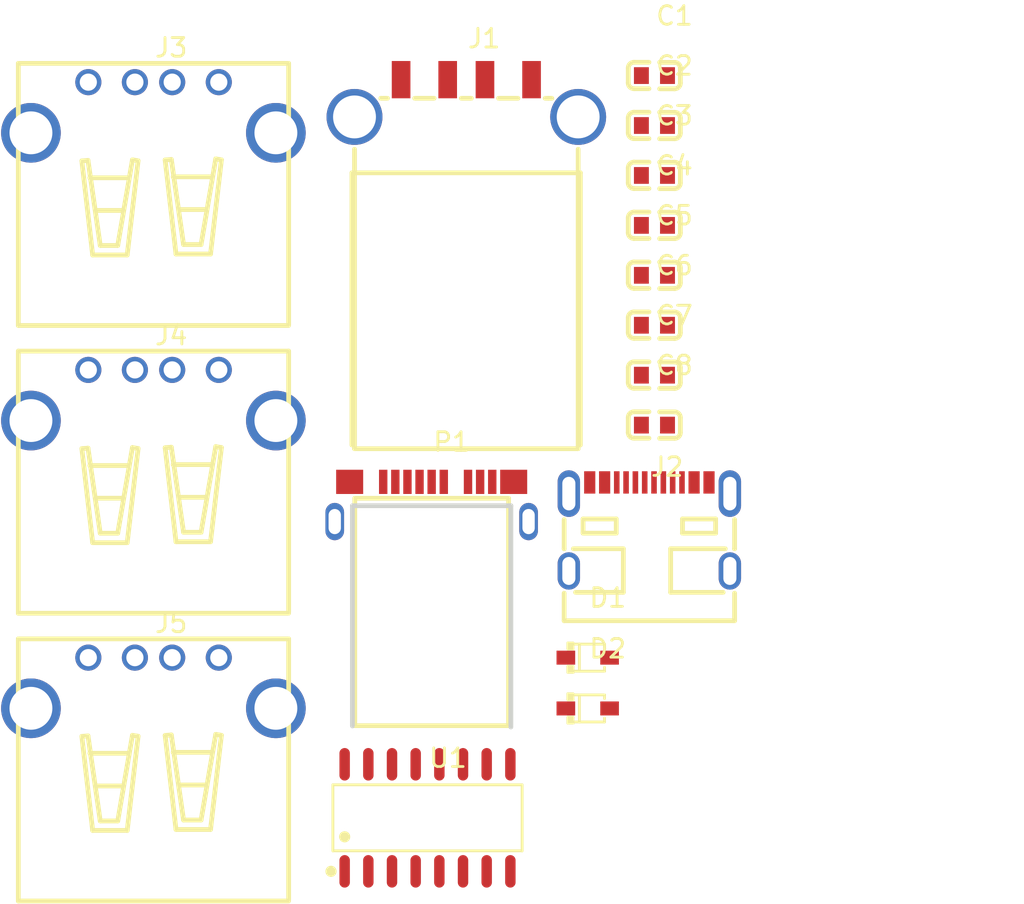
<source format=kicad_pcb>
(kicad_pcb (version 20221018) (generator pcbnew)
  (layers (0 "F.Cu" signal) (31 "B.Cu" signal) (34 "B.Paste" user) (35 "F.Paste" user) (36 "B.SilkS" user "B.Silkscreen") (37 "F.SilkS" user "F.Silkscreen") (38 "B.Mask" user) (39 "F.Mask" user) (44 "Edge.Cuts" user))
  (net 0 "")
  (net 1 "+5V")
  (net 2 "GND")
  (net 3 "Net-(C2-Pad1)")
  (net 4 "Net-(J5-VBUS)")
  (net 5 "Net-(J4-VBUS)")
  (net 6 "Net-(J3-VBUS)")
  (net 7 "Net-(U1-VDD33)")
  (net 8 "Net-(U1-VDD18)")
  (net 9 "Net-(D1-A)")
  (net 10 "Net-(D2-A)")
  (net 11 "Net-(J1-D-)")
  (net 12 "Net-(J1-D+)")
  (net 15 "Net-(U1-DM4)")
  (net 16 "Net-(U1-DP4)")
  (net 19 "Net-(J3-D-)")
  (net 20 "Net-(J3-D+)")
  (net 21 "Net-(J4-D-)")
  (net 22 "Net-(J4-D+)")
  (net 23 "Net-(J5-D-)")
  (net 24 "Net-(J5-D+)")
  (footprint "usbhub:C0603" (layer "F.Cu") (at 158.513 88.671)
    (fp_text reference "C6" (at 0 -3.207) (layer "F.SilkS") (effects (justify left)))
    (fp_text value "10uF")
    (fp_line (start -1.405 -0.406) (end -1.405 0.394) (stroke (width 0.254)) (layer "F.SilkS"))
    (fp_line (start -0.296 -0.715) (end -1.096 -0.715) (stroke (width 0.254)) (layer "F.SilkS"))
    (fp_line (start -0.296 0.704) (end -1.096 0.704) (stroke (width 0.254)) (layer "F.SilkS"))
    (fp_line (start 0.28 -0.71) (end 1.08 -0.71) (stroke (width 0.254)) (layer "F.SilkS"))
    (fp_line (start 0.28 0.71) (end 1.08 0.71) (stroke (width 0.254)) (layer "F.SilkS"))
    (fp_line (start 1.39 -0.4) (end 1.39 0.4) (stroke (width 0.254)) (layer "F.SilkS"))
    (fp_arc (start -1.405 -0.406) (mid -1.314496 -0.624496) (end -1.096 -0.715) (stroke (width 0.254)) (layer "F.SilkS"))
    (fp_arc (start -1.095975 0.704) (mid -1.315194 0.613212) (end -1.406 0.394) (stroke (width 0.254)) (layer "F.SilkS"))
    (fp_arc (start 1.079975 -0.71) (mid 1.299194 -0.619212) (end 1.39 -0.4) (stroke (width 0.254)) (layer "F.SilkS"))
    (fp_arc (start 1.39 0.4) (mid 1.299203 0.619203) (end 1.08 0.71) (stroke (width 0.254)) (layer "F.SilkS"))
    (pad "1" smd rect (at -0.7 0) (size 0.8 0.9) (layers "F.Cu" "F.Paste" "F.Mask") (net 1 "+5V"))
    (pad "2" smd rect (at 0.7 0) (size 0.8 0.9) (layers "F.Cu" "F.Paste" "F.Mask") (net 2 "GND"))
  )
  (footprint "usbhub:SOD-323_L1.8-W1.3-LS2.5-RD" (layer "F.Cu") (at 154.933 109.23)
    (fp_text reference "D2" (at 0 -3.207) (layer "F.SilkS") (effects (justify left)))
    (fp_text value "D_Schottky")
    (fp_line (start -0.851 -0.726) (end 0.901 -0.726) (stroke (width 0.152)) (layer "F.SilkS"))
    (fp_line (start -0.851 0.726) (end 0.901 0.726) (stroke (width 0.152)) (layer "F.SilkS"))
    (fp_line (start -0.447 -0.726) (end -0.447 0.726) (stroke (width 0.152)) (layer "F.SilkS"))
    (fp_line (start 0.901 -0.726) (end 0.901 -0.53) (stroke (width 0.152)) (layer "F.SilkS"))
    (fp_line (start 0.901 0.726) (end 0.901 0.52) (stroke (width 0.152)) (layer "F.SilkS"))
    (fp_poly (pts (xy -0.775 -0.802) (xy -0.775 -0.45) (xy -1.08 -0.45) (xy -1.08 -0.802)) (stroke (width 0.12)) (fill solid) (layer "F.SilkS"))
    (fp_poly (pts (xy -0.775 0.802) (xy -0.775 0.45) (xy -1.08 0.45) (xy -1.08 0.802)) (stroke (width 0.12)) (fill solid) (layer "F.SilkS"))
    (pad "1" smd rect (at -1.173 0) (size 1 0.75) (layers "F.Cu" "F.Paste" "F.Mask") (net 1 "+5V"))
    (pad "2" smd rect (at 1.173 0) (size 1 0.75) (layers "F.Cu" "F.Paste" "F.Mask") (net 10 "Net-(D2-A)"))
  )
  (footprint "usbhub:USB-A-TH_USB-A-F-90" (layer "F.Cu") (at 131.631 107.864)
    (fp_text reference "J5" (at 0 -3.207) (layer "F.SilkS") (effects (justify left)))
    (fp_text value "USB_A")
    (fp_line (start -7.248 -2.367) (end 7.256 -2.367) (stroke (width 0.254)) (layer "F.SilkS"))
    (fp_line (start -7.248 11.697) (end -7.248 -2.367) (stroke (width 0.254)) (layer "F.SilkS"))
    (fp_line (start -3.84 2.865) (end -3.26 7.912) (stroke (width 0.254)) (layer "F.SilkS"))
    (fp_line (start -3.509 2.839) (end -3.84 2.865) (stroke (width 0.254)) (layer "F.SilkS"))
    (fp_line (start -3.412 3.772) (end -1.329 3.772) (stroke (width 0.254)) (layer "F.SilkS"))
    (fp_line (start -3.26 7.912) (end -1.406 7.912) (stroke (width 0.254)) (layer "F.SilkS"))
    (fp_line (start -3.082 5.525) (end -1.634 5.525) (stroke (width 0.254)) (layer "F.SilkS"))
    (fp_line (start -2.853 7.404) (end -3.509 2.839) (stroke (width 0.254)) (layer "F.SilkS"))
    (fp_line (start -1.914 7.404) (end -2.853 7.404) (stroke (width 0.254)) (layer "F.SilkS"))
    (fp_line (start -1.406 7.912) (end -0.821 2.858) (stroke (width 0.254)) (layer "F.SilkS"))
    (fp_line (start -1.126 2.807) (end -1.914 7.404) (stroke (width 0.254)) (layer "F.SilkS"))
    (fp_line (start -0.821 2.858) (end -1.126 2.807) (stroke (width 0.254)) (layer "F.SilkS"))
    (fp_line (start 0.63 2.814) (end 0.961 2.789) (stroke (width 0.254)) (layer "F.SilkS"))
    (fp_line (start 0.961 2.789) (end 1.617 7.353) (stroke (width 0.254)) (layer "F.SilkS"))
    (fp_line (start 1.058 3.721) (end 3.141 3.721) (stroke (width 0.254)) (layer "F.SilkS"))
    (fp_line (start 1.211 7.861) (end 0.63 2.814) (stroke (width 0.254)) (layer "F.SilkS"))
    (fp_line (start 1.388 5.474) (end 2.836 5.474) (stroke (width 0.254)) (layer "F.SilkS"))
    (fp_line (start 1.617 7.353) (end 2.557 7.353) (stroke (width 0.254)) (layer "F.SilkS"))
    (fp_line (start 2.557 7.353) (end 3.344 2.756) (stroke (width 0.254)) (layer "F.SilkS"))
    (fp_line (start 3.065 7.861) (end 1.211 7.861) (stroke (width 0.254)) (layer "F.SilkS"))
    (fp_line (start 3.344 2.756) (end 3.649 2.807) (stroke (width 0.254)) (layer "F.SilkS"))
    (fp_line (start 3.649 2.807) (end 3.065 7.861) (stroke (width 0.254)) (layer "F.SilkS"))
    (fp_line (start 7.252 11.697) (end -7.248 11.697) (stroke (width 0.254)) (layer "F.SilkS"))
    (fp_line (start 7.256 -2.367) (end 7.256 11.633) (stroke (width 0.254)) (layer "F.SilkS"))
    (pad "0" thru_hole circle (at -6.571 1.359) (size 3.2 3.2) (drill 2.3) (layers "*.Cu" "*.Mask"))
    (pad "0" thru_hole circle (at 6.571 1.359) (size 3.2 3.2) (drill 2.3) (layers "*.Cu" "*.Mask"))
    (pad "1" thru_hole circle (at -3.492 -1.359) (size 1.4 1.4) (drill 0.92) (layers "*.Cu" "*.Mask") (net 4 "Net-(J5-VBUS)"))
    (pad "2" thru_hole circle (at -0.993 -1.359) (size 1.4 1.4) (drill 0.92) (layers "*.Cu" "*.Mask") (net 23 "Net-(J5-D-)"))
    (pad "3" thru_hole circle (at 1.008 -1.359) (size 1.4 1.4) (drill 0.92) (layers "*.Cu" "*.Mask") (net 24 "Net-(J5-D+)"))
    (pad "4" thru_hole circle (at 3.508 -1.359) (size 1.4 1.4) (drill 0.92) (layers "*.Cu" "*.Mask") (net 2 "GND"))
  )
  (footprint "usbhub:C0603" (layer "F.Cu") (at 158.513 77.955)
    (fp_text reference "C2" (at 0 -3.207) (layer "F.SilkS") (effects (justify left)))
    (fp_text value "10uF")
    (fp_line (start -1.405 -0.406) (end -1.405 0.394) (stroke (width 0.254)) (layer "F.SilkS"))
    (fp_line (start -0.296 -0.715) (end -1.096 -0.715) (stroke (width 0.254)) (layer "F.SilkS"))
    (fp_line (start -0.296 0.704) (end -1.096 0.704) (stroke (width 0.254)) (layer "F.SilkS"))
    (fp_line (start 0.28 -0.71) (end 1.08 -0.71) (stroke (width 0.254)) (layer "F.SilkS"))
    (fp_line (start 0.28 0.71) (end 1.08 0.71) (stroke (width 0.254)) (layer "F.SilkS"))
    (fp_line (start 1.39 -0.4) (end 1.39 0.4) (stroke (width 0.254)) (layer "F.SilkS"))
    (fp_arc (start -1.405 -0.406) (mid -1.314496 -0.624496) (end -1.096 -0.715) (stroke (width 0.254)) (layer "F.SilkS"))
    (fp_arc (start -1.095975 0.704) (mid -1.315194 0.613212) (end -1.406 0.394) (stroke (width 0.254)) (layer "F.SilkS"))
    (fp_arc (start 1.079975 -0.71) (mid 1.299194 -0.619212) (end 1.39 -0.4) (stroke (width 0.254)) (layer "F.SilkS"))
    (fp_arc (start 1.39 0.4) (mid 1.299203 0.619203) (end 1.08 0.71) (stroke (width 0.254)) (layer "F.SilkS"))
    (pad "1" smd rect (at -0.7 0) (size 0.8 0.9) (layers "F.Cu" "F.Paste" "F.Mask") (net 3 "Net-(C2-Pad1)"))
    (pad "2" smd rect (at 0.7 0) (size 0.8 0.9) (layers "F.Cu" "F.Paste" "F.Mask") (net 1 "+5V"))
  )
  (footprint "usbhub:SOD-323_L1.8-W1.3-LS2.5-RD" (layer "F.Cu") (at 154.933 106.506)
    (fp_text reference "D1" (at 0 -3.207) (layer "F.SilkS") (effects (justify left)))
    (fp_text value "D_Schottky")
    (fp_line (start -0.851 -0.726) (end 0.901 -0.726) (stroke (width 0.152)) (layer "F.SilkS"))
    (fp_line (start -0.851 0.726) (end 0.901 0.726) (stroke (width 0.152)) (layer "F.SilkS"))
    (fp_line (start -0.447 -0.726) (end -0.447 0.726) (stroke (width 0.152)) (layer "F.SilkS"))
    (fp_line (start 0.901 -0.726) (end 0.901 -0.53) (stroke (width 0.152)) (layer "F.SilkS"))
    (fp_line (start 0.901 0.726) (end 0.901 0.52) (stroke (width 0.152)) (layer "F.SilkS"))
    (fp_poly (pts (xy -0.775 -0.802) (xy -0.775 -0.45) (xy -1.08 -0.45) (xy -1.08 -0.802)) (stroke (width 0.12)) (fill solid) (layer "F.SilkS"))
    (fp_poly (pts (xy -0.775 0.802) (xy -0.775 0.45) (xy -1.08 0.45) (xy -1.08 0.802)) (stroke (width 0.12)) (fill solid) (layer "F.SilkS"))
    (pad "1" smd rect (at -1.173 0) (size 1 0.75) (layers "F.Cu" "F.Paste" "F.Mask") (net 1 "+5V"))
    (pad "2" smd rect (at 1.173 0) (size 1 0.75) (layers "F.Cu" "F.Paste" "F.Mask") (net 9 "Net-(D1-A)"))
  )
  (footprint "usbhub:SOP-16_L10.0-W3.9-P1.27-LS6.0-BL" (layer "F.Cu") (at 146.337 115.0985)
    (fp_text reference "U1" (at 0 -3.207) (layer "F.SilkS") (effects (justify left)))
    (fp_text value "~")
    (fp_line (start -5.076 -1.771) (end 5.076 -1.771) (stroke (width 0.152)) (layer "F.SilkS"))
    (fp_line (start -5.076 1.771) (end -5.076 -1.771) (stroke (width 0.152)) (layer "F.SilkS"))
    (fp_line (start 5.076 -1.771) (end 5.076 1.771) (stroke (width 0.152)) (layer "F.SilkS"))
    (fp_line (start 5.076 1.771) (end -5.076 1.771) (stroke (width 0.152)) (layer "F.SilkS"))
    (fp_circle (center -5.177 2.872) (end -5.027 2.872) (stroke (width 0.3)) (fill none) (layer "F.SilkS"))
    (fp_circle (center -4.445 1.019) (end -4.295 1.019) (stroke (width 0.3)) (fill none) (layer "F.SilkS"))
    (pad "1" smd oval (at -4.445 2.872) (size 0.56 1.745) (layers "F.Cu" "F.Paste" "F.Mask") (net 15 "Net-(U1-DM4)"))
    (pad "2" smd oval (at -3.175 2.872) (size 0.56 1.745) (layers "F.Cu" "F.Paste" "F.Mask") (net 16 "Net-(U1-DP4)"))
    (pad "3" smd oval (at -1.905 2.872) (size 0.56 1.745) (layers "F.Cu" "F.Paste" "F.Mask") (net 23 "Net-(J5-D-)"))
    (pad "4" smd oval (at -0.635 2.872) (size 0.56 1.745) (layers "F.Cu" "F.Paste" "F.Mask") (net 24 "Net-(J5-D+)"))
    (pad "5" smd oval (at 0.635 2.872) (size 0.56 1.745) (layers "F.Cu" "F.Paste" "F.Mask") (net 21 "Net-(J4-D-)"))
    (pad "6" smd oval (at 1.905 2.872) (size 0.56 1.745) (layers "F.Cu" "F.Paste" "F.Mask") (net 22 "Net-(J4-D+)"))
    (pad "7" smd oval (at 3.175 2.872) (size 0.56 1.745) (layers "F.Cu" "F.Paste" "F.Mask") (net 19 "Net-(J3-D-)"))
    (pad "8" smd oval (at 4.445 2.872) (size 0.56 1.745) (layers "F.Cu" "F.Paste" "F.Mask") (net 20 "Net-(J3-D+)"))
    (pad "9" smd oval (at 4.445 -2.872) (size 0.56 1.745) (layers "F.Cu" "F.Paste" "F.Mask") (net 11 "Net-(J1-D-)"))
    (pad "10" smd oval (at 3.175 -2.872) (size 0.56 1.745) (layers "F.Cu" "F.Paste" "F.Mask") (net 12 "Net-(J1-D+)"))
    (pad "11" smd oval (at 1.905 -2.872) (size 0.56 1.745) (layers "F.Cu" "F.Paste" "F.Mask") (net 1 "+5V"))
    (pad "12" smd oval (at 0.635 -2.872) (size 0.56 1.745) (layers "F.Cu" "F.Paste" "F.Mask") (net 2 "GND"))
    (pad "13" smd oval (at -0.635 -2.872) (size 0.56 1.745) (layers "F.Cu" "F.Paste" "F.Mask") (net 7 "Net-(U1-VDD33)"))
    (pad "14" smd oval (at -1.905 -2.872) (size 0.56 1.745) (layers "F.Cu" "F.Paste" "F.Mask") (net 8 "Net-(U1-VDD18)"))
    (pad "15" smd oval (at -3.175 -2.872) (size 0.56 1.745) (layers "F.Cu" "F.Paste" "F.Mask"))
    (pad "16" smd oval (at -4.445 -2.872) (size 0.56 1.745) (layers "F.Cu" "F.Paste" "F.Mask") (net 2 "GND"))
  )
  (footprint "usbhub:C0603" (layer "F.Cu") (at 158.513 80.634)
    (fp_text reference "C3" (at 0 -3.207) (layer "F.SilkS") (effects (justify left)))
    (fp_text value "10uF")
    (fp_line (start -1.405 -0.406) (end -1.405 0.394) (stroke (width 0.254)) (layer "F.SilkS"))
    (fp_line (start -0.296 -0.715) (end -1.096 -0.715) (stroke (width 0.254)) (layer "F.SilkS"))
    (fp_line (start -0.296 0.704) (end -1.096 0.704) (stroke (width 0.254)) (layer "F.SilkS"))
    (fp_line (start 0.28 -0.71) (end 1.08 -0.71) (stroke (width 0.254)) (layer "F.SilkS"))
    (fp_line (start 0.28 0.71) (end 1.08 0.71) (stroke (width 0.254)) (layer "F.SilkS"))
    (fp_line (start 1.39 -0.4) (end 1.39 0.4) (stroke (width 0.254)) (layer "F.SilkS"))
    (fp_arc (start -1.405 -0.406) (mid -1.314496 -0.624496) (end -1.096 -0.715) (stroke (width 0.254)) (layer "F.SilkS"))
    (fp_arc (start -1.095975 0.704) (mid -1.315194 0.613212) (end -1.406 0.394) (stroke (width 0.254)) (layer "F.SilkS"))
    (fp_arc (start 1.079975 -0.71) (mid 1.299194 -0.619212) (end 1.39 -0.4) (stroke (width 0.254)) (layer "F.SilkS"))
    (fp_arc (start 1.39 0.4) (mid 1.299203 0.619203) (end 1.08 0.71) (stroke (width 0.254)) (layer "F.SilkS"))
    (pad "1" smd rect (at -0.7 0) (size 0.8 0.9) (layers "F.Cu" "F.Paste" "F.Mask") (net 1 "+5V"))
    (pad "2" smd rect (at 0.7 0) (size 0.8 0.9) (layers "F.Cu" "F.Paste" "F.Mask") (net 4 "Net-(J5-VBUS)"))
  )
  (footprint "usbhub:USB-A-TH_USB-A-F-90" (layer "F.Cu") (at 131.631 76.988)
    (fp_text reference "J3" (at 0 -3.207) (layer "F.SilkS") (effects (justify left)))
    (fp_text value "USB_A")
    (fp_line (start -7.248 -2.367) (end 7.256 -2.367) (stroke (width 0.254)) (layer "F.SilkS"))
    (fp_line (start -7.248 11.697) (end -7.248 -2.367) (stroke (width 0.254)) (layer "F.SilkS"))
    (fp_line (start -3.84 2.865) (end -3.26 7.912) (stroke (width 0.254)) (layer "F.SilkS"))
    (fp_line (start -3.509 2.839) (end -3.84 2.865) (stroke (width 0.254)) (layer "F.SilkS"))
    (fp_line (start -3.412 3.772) (end -1.329 3.772) (stroke (width 0.254)) (layer "F.SilkS"))
    (fp_line (start -3.26 7.912) (end -1.406 7.912) (stroke (width 0.254)) (layer "F.SilkS"))
    (fp_line (start -3.082 5.525) (end -1.634 5.525) (stroke (width 0.254)) (layer "F.SilkS"))
    (fp_line (start -2.853 7.404) (end -3.509 2.839) (stroke (width 0.254)) (layer "F.SilkS"))
    (fp_line (start -1.914 7.404) (end -2.853 7.404) (stroke (width 0.254)) (layer "F.SilkS"))
    (fp_line (start -1.406 7.912) (end -0.821 2.858) (stroke (width 0.254)) (layer "F.SilkS"))
    (fp_line (start -1.126 2.807) (end -1.914 7.404) (stroke (width 0.254)) (layer "F.SilkS"))
    (fp_line (start -0.821 2.858) (end -1.126 2.807) (stroke (width 0.254)) (layer "F.SilkS"))
    (fp_line (start 0.63 2.814) (end 0.961 2.789) (stroke (width 0.254)) (layer "F.SilkS"))
    (fp_line (start 0.961 2.789) (end 1.617 7.353) (stroke (width 0.254)) (layer "F.SilkS"))
    (fp_line (start 1.058 3.721) (end 3.141 3.721) (stroke (width 0.254)) (layer "F.SilkS"))
    (fp_line (start 1.211 7.861) (end 0.63 2.814) (stroke (width 0.254)) (layer "F.SilkS"))
    (fp_line (start 1.388 5.474) (end 2.836 5.474) (stroke (width 0.254)) (layer "F.SilkS"))
    (fp_line (start 1.617 7.353) (end 2.557 7.353) (stroke (width 0.254)) (layer "F.SilkS"))
    (fp_line (start 2.557 7.353) (end 3.344 2.756) (stroke (width 0.254)) (layer "F.SilkS"))
    (fp_line (start 3.065 7.861) (end 1.211 7.861) (stroke (width 0.254)) (layer "F.SilkS"))
    (fp_line (start 3.344 2.756) (end 3.649 2.807) (stroke (width 0.254)) (layer "F.SilkS"))
    (fp_line (start 3.649 2.807) (end 3.065 7.861) (stroke (width 0.254)) (layer "F.SilkS"))
    (fp_line (start 7.252 11.697) (end -7.248 11.697) (stroke (width 0.254)) (layer "F.SilkS"))
    (fp_line (start 7.256 -2.367) (end 7.256 11.633) (stroke (width 0.254)) (layer "F.SilkS"))
    (pad "0" thru_hole circle (at -6.571 1.359) (size 3.2 3.2) (drill 2.3) (layers "*.Cu" "*.Mask"))
    (pad "0" thru_hole circle (at 6.571 1.359) (size 3.2 3.2) (drill 2.3) (layers "*.Cu" "*.Mask"))
    (pad "1" thru_hole circle (at -3.492 -1.359) (size 1.4 1.4) (drill 0.92) (layers "*.Cu" "*.Mask") (net 6 "Net-(J3-VBUS)"))
    (pad "2" thru_hole circle (at -0.993 -1.359) (size 1.4 1.4) (drill 0.92) (layers "*.Cu" "*.Mask") (net 19 "Net-(J3-D-)"))
    (pad "3" thru_hole circle (at 1.008 -1.359) (size 1.4 1.4) (drill 0.92) (layers "*.Cu" "*.Mask") (net 20 "Net-(J3-D+)"))
    (pad "4" thru_hole circle (at 3.508 -1.359) (size 1.4 1.4) (drill 0.92) (layers "*.Cu" "*.Mask") (net 2 "GND"))
  )
  (footprint "usbhub:C0603" (layer "F.Cu") (at 158.513 75.276)
    (fp_text reference "C1" (at 0 -3.207) (layer "F.SilkS") (effects (justify left)))
    (fp_text value "10uF")
    (fp_line (start -1.405 -0.406) (end -1.405 0.394) (stroke (width 0.254)) (layer "F.SilkS"))
    (fp_line (start -0.296 -0.715) (end -1.096 -0.715) (stroke (width 0.254)) (layer "F.SilkS"))
    (fp_line (start -0.296 0.704) (end -1.096 0.704) (stroke (width 0.254)) (layer "F.SilkS"))
    (fp_line (start 0.28 -0.71) (end 1.08 -0.71) (stroke (width 0.254)) (layer "F.SilkS"))
    (fp_line (start 0.28 0.71) (end 1.08 0.71) (stroke (width 0.254)) (layer "F.SilkS"))
    (fp_line (start 1.39 -0.4) (end 1.39 0.4) (stroke (width 0.254)) (layer "F.SilkS"))
    (fp_arc (start -1.405 -0.406) (mid -1.314496 -0.624496) (end -1.096 -0.715) (stroke (width 0.254)) (layer "F.SilkS"))
    (fp_arc (start -1.095975 0.704) (mid -1.315194 0.613212) (end -1.406 0.394) (stroke (width 0.254)) (layer "F.SilkS"))
    (fp_arc (start 1.079975 -0.71) (mid 1.299194 -0.619212) (end 1.39 -0.4) (stroke (width 0.254)) (layer "F.SilkS"))
    (fp_arc (start 1.39 0.4) (mid 1.299203 0.619203) (end 1.08 0.71) (stroke (width 0.254)) (layer "F.SilkS"))
    (pad "1" smd rect (at -0.7 0) (size 0.8 0.9) (layers "F.Cu" "F.Paste" "F.Mask") (net 2 "GND"))
    (pad "2" smd rect (at 0.7 0) (size 0.8 0.9) (layers "F.Cu" "F.Paste" "F.Mask") (net 1 "+5V"))
  )
  (footprint "usbhub:USB-A-TH_USB-A-F-90" (layer "F.Cu") (at 131.631 92.426)
    (fp_text reference "J4" (at 0 -3.207) (layer "F.SilkS") (effects (justify left)))
    (fp_text value "USB_A")
    (fp_line (start -7.248 -2.367) (end 7.256 -2.367) (stroke (width 0.254)) (layer "F.SilkS"))
    (fp_line (start -7.248 11.697) (end -7.248 -2.367) (stroke (width 0.254)) (layer "F.SilkS"))
    (fp_line (start -3.84 2.865) (end -3.26 7.912) (stroke (width 0.254)) (layer "F.SilkS"))
    (fp_line (start -3.509 2.839) (end -3.84 2.865) (stroke (width 0.254)) (layer "F.SilkS"))
    (fp_line (start -3.412 3.772) (end -1.329 3.772) (stroke (width 0.254)) (layer "F.SilkS"))
    (fp_line (start -3.26 7.912) (end -1.406 7.912) (stroke (width 0.254)) (layer "F.SilkS"))
    (fp_line (start -3.082 5.525) (end -1.634 5.525) (stroke (width 0.254)) (layer "F.SilkS"))
    (fp_line (start -2.853 7.404) (end -3.509 2.839) (stroke (width 0.254)) (layer "F.SilkS"))
    (fp_line (start -1.914 7.404) (end -2.853 7.404) (stroke (width 0.254)) (layer "F.SilkS"))
    (fp_line (start -1.406 7.912) (end -0.821 2.858) (stroke (width 0.254)) (layer "F.SilkS"))
    (fp_line (start -1.126 2.807) (end -1.914 7.404) (stroke (width 0.254)) (layer "F.SilkS"))
    (fp_line (start -0.821 2.858) (end -1.126 2.807) (stroke (width 0.254)) (layer "F.SilkS"))
    (fp_line (start 0.63 2.814) (end 0.961 2.789) (stroke (width 0.254)) (layer "F.SilkS"))
    (fp_line (start 0.961 2.789) (end 1.617 7.353) (stroke (width 0.254)) (layer "F.SilkS"))
    (fp_line (start 1.058 3.721) (end 3.141 3.721) (stroke (width 0.254)) (layer "F.SilkS"))
    (fp_line (start 1.211 7.861) (end 0.63 2.814) (stroke (width 0.254)) (layer "F.SilkS"))
    (fp_line (start 1.388 5.474) (end 2.836 5.474) (stroke (width 0.254)) (layer "F.SilkS"))
    (fp_line (start 1.617 7.353) (end 2.557 7.353) (stroke (width 0.254)) (layer "F.SilkS"))
    (fp_line (start 2.557 7.353) (end 3.344 2.756) (stroke (width 0.254)) (layer "F.SilkS"))
    (fp_line (start 3.065 7.861) (end 1.211 7.861) (stroke (width 0.254)) (layer "F.SilkS"))
    (fp_line (start 3.344 2.756) (end 3.649 2.807) (stroke (width 0.254)) (layer "F.SilkS"))
    (fp_line (start 3.649 2.807) (end 3.065 7.861) (stroke (width 0.254)) (layer "F.SilkS"))
    (fp_line (start 7.252 11.697) (end -7.248 11.697) (stroke (width 0.254)) (layer "F.SilkS"))
    (fp_line (start 7.256 -2.367) (end 7.256 11.633) (stroke (width 0.254)) (layer "F.SilkS"))
    (pad "0" thru_hole circle (at -6.571 1.359) (size 3.2 3.2) (drill 2.3) (layers "*.Cu" "*.Mask"))
    (pad "0" thru_hole circle (at 6.571 1.359) (size 3.2 3.2) (drill 2.3) (layers "*.Cu" "*.Mask"))
    (pad "1" thru_hole circle (at -3.492 -1.359) (size 1.4 1.4) (drill 0.92) (layers "*.Cu" "*.Mask") (net 5 "Net-(J4-VBUS)"))
    (pad "2" thru_hole circle (at -0.993 -1.359) (size 1.4 1.4) (drill 0.92) (layers "*.Cu" "*.Mask") (net 21 "Net-(J4-D-)"))
    (pad "3" thru_hole circle (at 1.008 -1.359) (size 1.4 1.4) (drill 0.92) (layers "*.Cu" "*.Mask") (net 22 "Net-(J4-D+)"))
    (pad "4" thru_hole circle (at 3.508 -1.359) (size 1.4 1.4) (drill 0.92) (layers "*.Cu" "*.Mask") (net 2 "GND"))
  )
  (footprint "usbhub:USB-C-SMD_MC-107DM" (layer "F.Cu") (at 158.24 99.479)
    (fp_text reference "J2" (at 0 -3.207) (layer "F.SilkS") (effects (justify left)))
    (fp_text value "USB_C_Receptacle_USB2.0")
    (fp_line (start -4.572 -0.383) (end -4.572 1.183) (stroke (width 0.254)) (layer "F.SilkS"))
    (fp_line (start -4.572 1.183) (end -4.567 1.183) (stroke (width 0.254)) (layer "F.SilkS"))
    (fp_line (start -4.572 3.567) (end -4.572 5.046) (stroke (width 0.254)) (layer "F.SilkS"))
    (fp_line (start -4.572 5.046) (end 4.572 5.046) (stroke (width 0.254)) (layer "F.SilkS"))
    (fp_line (start -4.074 1.183) (end -1.397 1.183) (stroke (width 0.254)) (layer "F.SilkS"))
    (fp_line (start -3.556 -0.415) (end -3.556 0.347) (stroke (width 0.254)) (layer "F.SilkS"))
    (fp_line (start -3.556 0.347) (end -1.778 0.347) (stroke (width 0.254)) (layer "F.SilkS"))
    (fp_line (start -1.778 -0.415) (end -3.556 -0.415) (stroke (width 0.254)) (layer "F.SilkS"))
    (fp_line (start -1.778 0.347) (end -1.778 -0.415) (stroke (width 0.254)) (layer "F.SilkS"))
    (fp_line (start -1.397 1.183) (end -1.397 3.522) (stroke (width 0.254)) (layer "F.SilkS"))
    (fp_line (start -1.397 3.522) (end -3.959 3.522) (stroke (width 0.254)) (layer "F.SilkS"))
    (fp_line (start 1.143 1.183) (end 1.143 3.522) (stroke (width 0.254)) (layer "F.SilkS"))
    (fp_line (start 1.143 3.522) (end 3.959 3.522) (stroke (width 0.254)) (layer "F.SilkS"))
    (fp_line (start 1.778 -0.415) (end 1.778 0.347) (stroke (width 0.254)) (layer "F.SilkS"))
    (fp_line (start 1.778 0.347) (end 3.556 0.347) (stroke (width 0.254)) (layer "F.SilkS"))
    (fp_line (start 3.556 -0.415) (end 1.778 -0.415) (stroke (width 0.254)) (layer "F.SilkS"))
    (fp_line (start 3.556 0.347) (end 3.556 -0.415) (stroke (width 0.254)) (layer "F.SilkS"))
    (fp_line (start 4.073 1.183) (end 1.143 1.183) (stroke (width 0.254)) (layer "F.SilkS"))
    (fp_line (start 4.572 1.183) (end 4.566 1.183) (stroke (width 0.254)) (layer "F.SilkS"))
    (fp_line (start 4.572 1.183) (end 4.572 -0.383) (stroke (width 0.254)) (layer "F.SilkS"))
    (fp_line (start 4.572 5.046) (end 4.572 3.567) (stroke (width 0.254)) (layer "F.SilkS"))
    (pad "" np_thru_hole circle (at -2.89 -1.275) (size 0.65 0.65) (drill 0.65) (layers "*.Cu" "*.Mask"))
    (pad "" np_thru_hole circle (at 2.89 -1.275) (size 0.65 0.65) (drill 0.65) (layers "*.Cu" "*.Mask"))
    (pad "0" thru_hole oval (at -4.32 -1.775) (size 1.2 2.5) (drill oval 0.7 1.8) (layers "*.Cu" "*.Mask"))
    (pad "0" thru_hole oval (at -4.32 2.375) (size 1.2 2) (drill oval 0.7 1.5) (layers "*.Cu" "*.Mask"))
    (pad "0" thru_hole oval (at 4.32 -1.775) (size 1.2 2.5) (drill oval 0.7 1.8) (layers "*.Cu" "*.Mask"))
    (pad "0" thru_hole oval (at 4.32 2.375) (size 1.2 2) (drill oval 0.7 1.5) (layers "*.Cu" "*.Mask"))
    (pad "A1B12" smd rect (at -3.2 -2.375) (size 0.6 1.2) (layers "F.Cu" "F.Paste" "F.Mask"))
    (pad "A4B9" smd rect (at -2.4 -2.375) (size 0.6 1.2) (layers "F.Cu" "F.Paste" "F.Mask"))
    (pad "A5" smd rect (at -1.25 -2.375) (size 0.3 1.2) (layers "F.Cu" "F.Paste" "F.Mask"))
    (pad "A6" smd rect (at -0.25 -2.375) (size 0.3 1.2) (layers "F.Cu" "F.Paste" "F.Mask") (net 16 "Net-(U1-DP4)"))
    (pad "A7" smd rect (at 0.25 -2.375) (size 0.3 1.2) (layers "F.Cu" "F.Paste" "F.Mask") (net 15 "Net-(U1-DM4)"))
    (pad "A8" smd rect (at 1.25 -2.375) (size 0.3 1.2) (layers "F.Cu" "F.Paste" "F.Mask"))
    (pad "B1A12" smd rect (at 3.2 -2.375) (size 0.6 1.2) (layers "F.Cu" "F.Paste" "F.Mask"))
    (pad "B4A9" smd rect (at 2.4 -2.375) (size 0.6 1.2) (layers "F.Cu" "F.Paste" "F.Mask"))
    (pad "B5" smd rect (at 1.75 -2.375) (size 0.3 1.2) (layers "F.Cu" "F.Paste" "F.Mask"))
    (pad "B6" smd rect (at 0.75 -2.375) (size 0.3 1.2) (layers "F.Cu" "F.Paste" "F.Mask") (net 16 "Net-(U1-DP4)"))
    (pad "B7" smd rect (at -0.75 -2.375) (size 0.3 1.2) (layers "F.Cu" "F.Paste" "F.Mask") (net 15 "Net-(U1-DM4)"))
    (pad "B8" smd rect (at -1.75 -2.375) (size 0.3 1.2) (layers "F.Cu" "F.Paste" "F.Mask"))
  )
  (footprint "usbhub:C0603" (layer "F.Cu") (at 158.513 83.313)
    (fp_text reference "C4" (at 0 -3.207) (layer "F.SilkS") (effects (justify left)))
    (fp_text value "10uF")
    (fp_line (start -1.405 -0.406) (end -1.405 0.394) (stroke (width 0.254)) (layer "F.SilkS"))
    (fp_line (start -0.296 -0.715) (end -1.096 -0.715) (stroke (width 0.254)) (layer "F.SilkS"))
    (fp_line (start -0.296 0.704) (end -1.096 0.704) (stroke (width 0.254)) (layer "F.SilkS"))
    (fp_line (start 0.28 -0.71) (end 1.08 -0.71) (stroke (width 0.254)) (layer "F.SilkS"))
    (fp_line (start 0.28 0.71) (end 1.08 0.71) (stroke (width 0.254)) (layer "F.SilkS"))
    (fp_line (start 1.39 -0.4) (end 1.39 0.4) (stroke (width 0.254)) (layer "F.SilkS"))
    (fp_arc (start -1.405 -0.406) (mid -1.314496 -0.624496) (end -1.096 -0.715) (stroke (width 0.254)) (layer "F.SilkS"))
    (fp_arc (start -1.095975 0.704) (mid -1.315194 0.613212) (end -1.406 0.394) (stroke (width 0.254)) (layer "F.SilkS"))
    (fp_arc (start 1.079975 -0.71) (mid 1.299194 -0.619212) (end 1.39 -0.4) (stroke (width 0.254)) (layer "F.SilkS"))
    (fp_arc (start 1.39 0.4) (mid 1.299203 0.619203) (end 1.08 0.71) (stroke (width 0.254)) (layer "F.SilkS"))
    (pad "1" smd rect (at -0.7 0) (size 0.8 0.9) (layers "F.Cu" "F.Paste" "F.Mask") (net 5 "Net-(J4-VBUS)"))
    (pad "2" smd rect (at 0.7 0) (size 0.8 0.9) (layers "F.Cu" "F.Paste" "F.Mask") (net 1 "+5V"))
  )
  (footprint "usbhub:USB-SMD_KH-USB-AM-4P-CB_FIXED" (layer "F.Cu") (at 148.42 76.494)
    (fp_text reference "J1" (at 0 -3.207) (layer "F.SilkS") (effects (justify left)))
    (fp_text value "USB_A")
    (fp_line (start -6.138 4) (end 6.117 4) (stroke (width 0.254)) (layer "F.SilkS"))
    (fp_line (start -6.138 18.602) (end -6.138 4) (stroke (width 0.254)) (layer "F.SilkS"))
    (fp_line (start -6 2.731) (end -6 18.8) (stroke (width 0.254)) (layer "F.SilkS"))
    (fp_line (start -6 18.8) (end 6 18.8) (stroke (width 0.254)) (layer "F.SilkS"))
    (fp_line (start -4.231 0) (end -4.587 0) (stroke (width 0.254)) (layer "F.SilkS"))
    (fp_line (start -1.731 0) (end -2.769 0) (stroke (width 0.254)) (layer "F.SilkS"))
    (fp_line (start 0.269 0) (end -0.269 0) (stroke (width 0.254)) (layer "F.SilkS"))
    (fp_line (start 2.769 0) (end 1.731 0) (stroke (width 0.254)) (layer "F.SilkS"))
    (fp_line (start 4.4 0) (end 4.231 0) (stroke (width 0.254)) (layer "F.SilkS"))
    (fp_line (start 4.4 0) (end 4.587 0) (stroke (width 0.254)) (layer "F.SilkS"))
    (fp_line (start 6 2.731) (end 6 18.8) (stroke (width 0.254)) (layer "F.SilkS"))
    (fp_line (start 6.117 4) (end 6.117 18.602) (stroke (width 0.254)) (layer "F.SilkS"))
    (pad "" np_thru_hole circle (at -2.25 1) (size 1 1) (drill 1) (layers "*.Cu" "*.Mask"))
    (pad "" np_thru_hole circle (at 2.25 1) (size 1 1) (drill 1) (layers "*.Cu" "*.Mask"))
    (pad "1" smd rect (at 3.5 -1) (size 1 2) (layers "F.Cu" "F.Paste" "F.Mask") (net 9 "Net-(D1-A)"))
    (pad "2" smd rect (at 1 -1) (size 1 2) (layers "F.Cu" "F.Paste" "F.Mask") (net 11 "Net-(J1-D-)"))
    (pad "3" smd rect (at -1 -1) (size 1 2) (layers "F.Cu" "F.Paste" "F.Mask") (net 12 "Net-(J1-D+)"))
    (pad "4" smd rect (at -3.5 -1) (size 1 2) (layers "F.Cu" "F.Paste" "F.Mask") (net 2 "GND"))
    (pad "5" thru_hole circle (at -6 1) (size 3 3) (drill 2.3) (layers "*.Cu" "*.Mask") (net 2 "GND"))
    (pad "6" thru_hole circle (at 6 1) (size 3 3) (drill 2.3) (layers "*.Cu" "*.Mask"))
  )
  (footprint "usbhub:C0603" (layer "F.Cu") (at 158.513 85.992)
    (fp_text reference "C5" (at 0 -3.207) (layer "F.SilkS") (effects (justify left)))
    (fp_text value "10uF")
    (fp_line (start -1.405 -0.406) (end -1.405 0.394) (stroke (width 0.254)) (layer "F.SilkS"))
    (fp_line (start -0.296 -0.715) (end -1.096 -0.715) (stroke (width 0.254)) (layer "F.SilkS"))
    (fp_line (start -0.296 0.704) (end -1.096 0.704) (stroke (width 0.254)) (layer "F.SilkS"))
    (fp_line (start 0.28 -0.71) (end 1.08 -0.71) (stroke (width 0.254)) (layer "F.SilkS"))
    (fp_line (start 0.28 0.71) (end 1.08 0.71) (stroke (width 0.254)) (layer "F.SilkS"))
    (fp_line (start 1.39 -0.4) (end 1.39 0.4) (stroke (width 0.254)) (layer "F.SilkS"))
    (fp_arc (start -1.405 -0.406) (mid -1.314496 -0.624496) (end -1.096 -0.715) (stroke (width 0.254)) (layer "F.SilkS"))
    (fp_arc (start -1.095975 0.704) (mid -1.315194 0.613212) (end -1.406 0.394) (stroke (width 0.254)) (layer "F.SilkS"))
    (fp_arc (start 1.079975 -0.71) (mid 1.299194 -0.619212) (end 1.39 -0.4) (stroke (width 0.254)) (layer "F.SilkS"))
    (fp_arc (start 1.39 0.4) (mid 1.299203 0.619203) (end 1.08 0.71) (stroke (width 0.254)) (layer "F.SilkS"))
    (pad "1" smd rect (at -0.7 0) (size 0.8 0.9) (layers "F.Cu" "F.Paste" "F.Mask") (net 6 "Net-(J3-VBUS)"))
    (pad "2" smd rect (at 0.7 0) (size 0.8 0.9) (layers "F.Cu" "F.Paste" "F.Mask") (net 1 "+5V"))
  )
  (footprint "usbhub:USB-C-SMD_TYPE-C-9PIN-TC-01" (layer "F.Cu") (at 146.56 98.139)
    (fp_text reference "P1" (at 0 -3.207) (layer "F.SilkS") (effects (justify left)))
    (fp_text value "USB_C_Plug_USB2.0")
    (fp_line (start -4.125 -0.185) (end -4.125 12.015) (stroke (width 0.254)) (layer "F.SilkS"))
    (fp_line (start -4.125 12.015) (end 4.117 12.015) (stroke (width 0.254)) (layer "F.SilkS"))
    (fp_line (start 4.125 -0.185) (end -4.125 -0.185) (stroke (width 0.254)) (layer "F.SilkS"))
    (fp_line (start 4.125 12.015) (end 4.125 -0.185) (stroke (width 0.254)) (layer "F.SilkS"))
    (fp_line (start -4.25 0.215) (end -4.25 12.032) (stroke (width 0.254)) (layer "Edge.Cuts"))
    (fp_line (start -4.25 0.215) (end 4.25 0.215) (stroke (width 0.254)) (layer "Edge.Cuts"))
    (fp_line (start 4.25 0.215) (end 4.25 12.088) (stroke (width 0.254)) (layer "Edge.Cuts"))
    (pad "10" smd rect (at -4.4 -1.065) (size 1.45 1.3) (layers "F.Cu" "F.Paste" "F.Mask"))
    (pad "11" smd rect (at 4.4 -1.065) (size 1.45 1.3) (layers "F.Cu" "F.Paste" "F.Mask"))
    (pad "12" thru_hole oval (at -5.2 1.065) (size 1 2) (drill oval 0.66 1.35) (layers "*.Cu" "*.Mask"))
    (pad "13" thru_hole oval (at 5.2 1.065) (size 1 2) (drill oval 0.66 1.35) (layers "*.Cu" "*.Mask"))
    (pad "A1" smd rect (at 3.25 -1.065) (size 0.45 1.3) (layers "F.Cu" "F.Paste" "F.Mask") (net 2 "GND"))
    (pad "A2" smd rect (at 2.6 -1.065) (size 0.45 1.3) (layers "F.Cu" "F.Paste" "F.Mask"))
    (pad "A3" smd rect (at 1.95 -1.065) (size 0.45 1.3) (layers "F.Cu" "F.Paste" "F.Mask"))
    (pad "A5" smd rect (at 0.65 -1.065) (size 0.45 1.3) (layers "F.Cu" "F.Paste" "F.Mask"))
    (pad "A6" smd rect (at 0 -1.065) (size 0.45 1.3) (layers "F.Cu" "F.Paste" "F.Mask") (net 12 "Net-(J1-D+)"))
    (pad "A7" smd rect (at -0.65 -1.065) (size 0.45 1.3) (layers "F.Cu" "F.Paste" "F.Mask") (net 11 "Net-(J1-D-)"))
    (pad "A9" smd rect (at -1.3 -1.065) (size 0.45 1.3) (layers "F.Cu" "F.Paste" "F.Mask") (net 10 "Net-(D2-A)"))
    (pad "B10" smd rect (at -2.6 -1.065) (size 0.45 1.3) (layers "F.Cu" "F.Paste" "F.Mask"))
    (pad "B11" smd rect (at -1.95 -1.065) (size 0.45 1.3) (layers "F.Cu" "F.Paste" "F.Mask"))
  )
  (footprint "usbhub:C0603" (layer "F.Cu") (at 158.513 91.35)
    (fp_text reference "C7" (at 0 -3.207) (layer "F.SilkS") (effects (justify left)))
    (fp_text value "10uF")
    (fp_line (start -1.405 -0.406) (end -1.405 0.394) (stroke (width 0.254)) (layer "F.SilkS"))
    (fp_line (start -0.296 -0.715) (end -1.096 -0.715) (stroke (width 0.254)) (layer "F.SilkS"))
    (fp_line (start -0.296 0.704) (end -1.096 0.704) (stroke (width 0.254)) (layer "F.SilkS"))
    (fp_line (start 0.28 -0.71) (end 1.08 -0.71) (stroke (width 0.254)) (layer "F.SilkS"))
    (fp_line (start 0.28 0.71) (end 1.08 0.71) (stroke (width 0.254)) (layer "F.SilkS"))
    (fp_line (start 1.39 -0.4) (end 1.39 0.4) (stroke (width 0.254)) (layer "F.SilkS"))
    (fp_arc (start -1.405 -0.406) (mid -1.314496 -0.624496) (end -1.096 -0.715) (stroke (width 0.254)) (layer "F.SilkS"))
    (fp_arc (start -1.095975 0.704) (mid -1.315194 0.613212) (end -1.406 0.394) (stroke (width 0.254)) (layer "F.SilkS"))
    (fp_arc (start 1.079975 -0.71) (mid 1.299194 -0.619212) (end 1.39 -0.4) (stroke (width 0.254)) (layer "F.SilkS"))
    (fp_arc (start 1.39 0.4) (mid 1.299203 0.619203) (end 1.08 0.71) (stroke (width 0.254)) (layer "F.SilkS"))
    (pad "1" smd rect (at -0.7 0) (size 0.8 0.9) (layers "F.Cu" "F.Paste" "F.Mask") (net 7 "Net-(U1-VDD33)"))
    (pad "2" smd rect (at 0.7 0) (size 0.8 0.9) (layers "F.Cu" "F.Paste" "F.Mask") (net 2 "GND"))
  )
  (footprint "usbhub:C0603" (layer "F.Cu") (at 158.513 94.029)
    (fp_text reference "C8" (at 0 -3.207) (layer "F.SilkS") (effects (justify left)))
    (fp_text value "10uF")
    (fp_line (start -1.405 -0.406) (end -1.405 0.394) (stroke (width 0.254)) (layer "F.SilkS"))
    (fp_line (start -0.296 -0.715) (end -1.096 -0.715) (stroke (width 0.254)) (layer "F.SilkS"))
    (fp_line (start -0.296 0.704) (end -1.096 0.704) (stroke (width 0.254)) (layer "F.SilkS"))
    (fp_line (start 0.28 -0.71) (end 1.08 -0.71) (stroke (width 0.254)) (layer "F.SilkS"))
    (fp_line (start 0.28 0.71) (end 1.08 0.71) (stroke (width 0.254)) (layer "F.SilkS"))
    (fp_line (start 1.39 -0.4) (end 1.39 0.4) (stroke (width 0.254)) (layer "F.SilkS"))
    (fp_arc (start -1.405 -0.406) (mid -1.314496 -0.624496) (end -1.096 -0.715) (stroke (width 0.254)) (layer "F.SilkS"))
    (fp_arc (start -1.095975 0.704) (mid -1.315194 0.613212) (end -1.406 0.394) (stroke (width 0.254)) (layer "F.SilkS"))
    (fp_arc (start 1.079975 -0.71) (mid 1.299194 -0.619212) (end 1.39 -0.4) (stroke (width 0.254)) (layer "F.SilkS"))
    (fp_arc (start 1.39 0.4) (mid 1.299203 0.619203) (end 1.08 0.71) (stroke (width 0.254)) (layer "F.SilkS"))
    (pad "1" smd rect (at -0.7 0) (size 0.8 0.9) (layers "F.Cu" "F.Paste" "F.Mask") (net 8 "Net-(U1-VDD18)"))
    (pad "2" smd rect (at 0.7 0) (size 0.8 0.9) (layers "F.Cu" "F.Paste" "F.Mask") (net 2 "GND"))
  )
)
</source>
